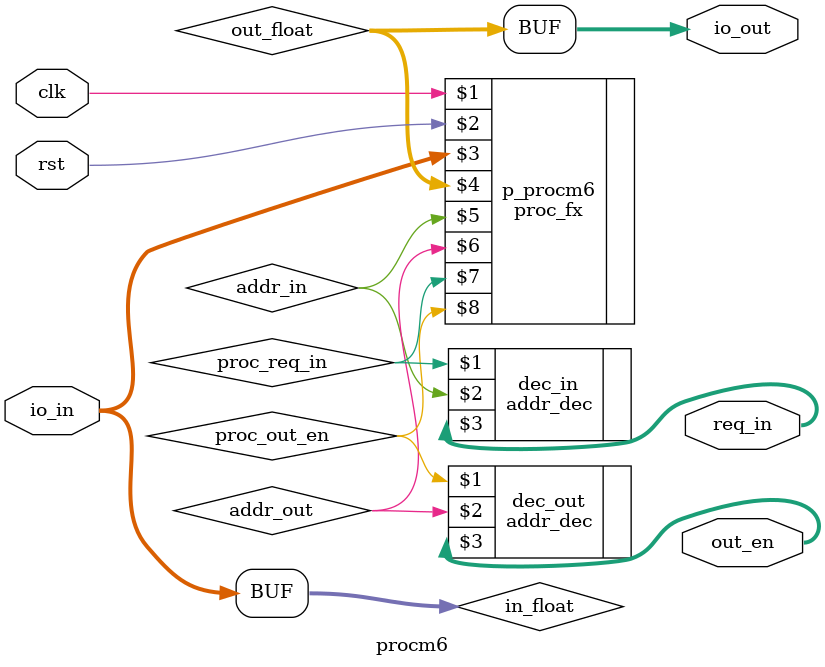
<source format=v>
module procm6 (
input clk, rst,
input signed [31:0] io_in,
output signed [31:0] io_out,
output [1:0] req_in,
output [1:0] out_en);

wire signed [31:0] in_float;
wire signed [31:0] out_float;

assign in_float = io_in;

wire proc_req_in, proc_out_en;
wire [0:0] addr_in;
wire [0:0] addr_out;

proc_fx #(.NUBITS(32),
.MDATAS(498),
.MINSTS(8471),
.SDEPTH(16),
.NUIOIN(2),
.NUIOOU(2),
.MLT(1),
.ADD(1),
.LES(1),
.DIV(1),
.DFILE("C:/Users/LuccaViccini/Desktop/UFJF/IC/VIC_CERN/nipscernufjf/Analise_Ponto_Fixo/procm6/procm6/Hardware/procm6_H/procm6_data.mif"),
.IFILE("C:/Users/LuccaViccini/Desktop/UFJF/IC/VIC_CERN/nipscernufjf/Analise_Ponto_Fixo/procm6/procm6/Hardware/procm6_H/procm6_inst.mif")
) p_procm6 (clk, rst, in_float, out_float, addr_in, addr_out, proc_req_in, proc_out_en);

assign io_out = out_float;

addr_dec #(2) dec_in (proc_req_in, addr_in , req_in);
addr_dec #(2) dec_out(proc_out_en, addr_out, out_en);

endmodule

</source>
